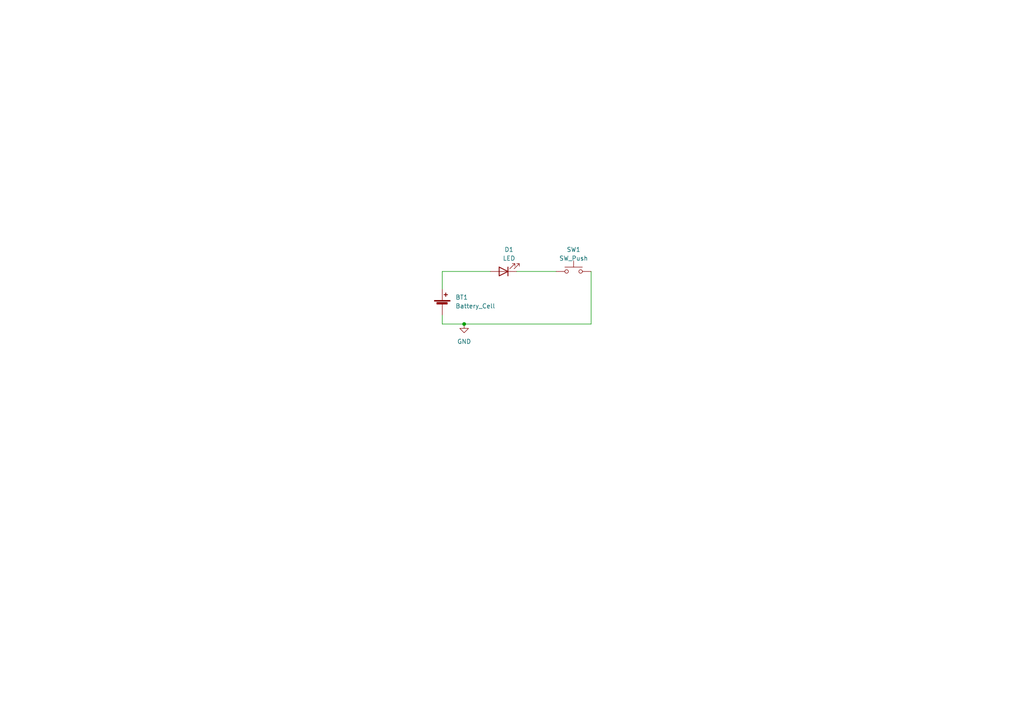
<source format=kicad_sch>
(kicad_sch (version 20230121) (generator eeschema)
  (paper "A4")
  (lib_symbols
    (symbol "Device:Battery_Cell" (pin_numbers hide) (pin_names (offset 0) hide)
      (property "Reference" "BT" (at 2.54 2.54 0))
      (property "Value" "Battery_Cell" (at 2.54 0 0))
      (symbol "Battery_Cell_0_1"
        (rectangle (start -2.286 1.778) (end 2.286 1.524) (fill (type outline)))
        (rectangle (start -1.5748 1.1938) (end 1.4732 0.6858) (fill (type outline)))
        (polyline (pts (xy 0 0.762) (xy 0 0)))
        (polyline (pts (xy 0 1.778) (xy 0 2.54)))
        (polyline (pts (xy 0.508 3.429) (xy 1.524 3.429)) (stroke (width 0.254)))
        (polyline (pts (xy 1.016 3.937) (xy 1.016 2.921)) (stroke (width 0.254)))
      )
      (symbol "Battery_Cell_1_1"
        (pin passive line (at 0 5.08 270) (length 2.54) (name "+") (number "1"))
        (pin passive line (at 0 -2.54 90) (length 2.54) (name "-") (number "2"))
      )
    )
    (symbol "Device:LED" (pin_numbers hide) (pin_names (offset 1.016) hide)
      (property "Reference" "D" (at 0 2.54 0))
      (property "Value" "LED" (at 0 -2.54 0))
      (symbol "LED_0_1"
        (polyline (pts (xy -1.27 -1.27) (xy -1.27 1.27)) (stroke (width 0.254)))
        (polyline (pts (xy -1.27 0) (xy 1.27 0)))
        (polyline (pts (xy 1.27 -1.27) (xy 1.27 1.27) (xy -1.27 0) (xy 1.27 -1.27)) (stroke (width 0.254)))
        (polyline (pts (xy -3.048 -0.762) (xy -4.572 -2.286) (xy -3.81 -2.286) (xy -4.572 -2.286) (xy -4.572 -1.524)))
        (polyline (pts (xy -1.778 -0.762) (xy -3.302 -2.286) (xy -2.54 -2.286) (xy -3.302 -2.286) (xy -3.302 -1.524)))
      )
      (symbol "LED_1_1"
        (pin passive line (at -3.81 0 0) (length 2.54) (name "K") (number "1"))
        (pin passive line (at 3.81 0 180) (length 2.54) (name "A") (number "2"))
      )
    )
    (symbol "Switch:SW_Push" (pin_numbers hide) (pin_names (offset 1.016) hide)
      (property "Reference" "SW" (at 1.27 2.54 0))
      (property "Value" "SW_Push" (at 0 -1.524 0))
      (symbol "SW_Push_0_1"
        (circle (center -2.032 0) (radius 0.508))
        (polyline (pts (xy 0 1.27) (xy 0 3.048)))
        (polyline (pts (xy 2.54 1.27) (xy -2.54 1.27)))
        (circle (center 2.032 0) (radius 0.508))
        (pin passive line (at -5.08 0 0) (length 2.54) (name "1") (number "1"))
        (pin passive line (at 5.08 0 180) (length 2.54) (name "2") (number "2"))
      )
    )
    (symbol "power:GND" (power) (pin_names (offset 0))
      (property "Value" "GND" (at 0 -3.81 0))
      (symbol "GND_0_1"
        (polyline (pts (xy 0 0) (xy 0 -1.27) (xy 1.27 -1.27) (xy 0 -2.54) (xy -1.27 -1.27) (xy 0 -1.27)))
      )
      (symbol "GND_1_1"
        (pin power_in line (at 0 0 270) (length 0) hide (name "GND") (number "1"))
      )
    )
  )
  (junction (at 134.62 93.98))
  (wire (pts (xy 134.62 93.98) (xy 171.45 93.98)))
  (wire (pts (xy 128.27 78.74) (xy 142.24 78.74)))
  (wire (pts (xy 128.27 83.82) (xy 128.27 78.74)))
  (wire (pts (xy 149.86 78.74) (xy 161.29 78.74)))
  (wire (pts (xy 128.27 91.44) (xy 128.27 93.98)))
  (wire (pts (xy 128.27 93.98) (xy 134.62 93.98)))
  (wire (pts (xy 171.45 93.98) (xy 171.45 78.74)))
  (symbol (lib_id "Device:Battery_Cell") (at 128.27 88.9 0) (unit 1)
    (property "Reference" "BT1" (at 132.08 86.233 0) (effects (justify left)))
    (property "Value" "Battery_Cell" (at 132.08 88.773 0) (effects (justify left)))
    (property "Footprint" "Battery:BatteryHolder_Keystone_1060_1x2032" (effects hide))
  )
  (symbol (lib_id "Device:LED") (at 146.05 78.74 180) (unit 1)
    (property "Reference" "D1" (at 147.6375 72.39 0))
    (property "Value" "LED" (at 147.6375 74.93 0))
    (property "Footprint" "LED_THT:LED_D2.0mm_W4.8mm_H2.5mm_FlatTop" (effects hide))
  )
  (symbol (lib_id "Switch:SW_Push") (at 166.37 78.74 0) (unit 1)
    (property "Reference" "SW1" (at 166.37 72.39 0))
    (property "Value" "SW_Push" (at 166.37 74.93 0))
    (property "Footprint" "Button_Switch_SMD:SW_SPST_Omron_B3FS-100xP" (effects hide))
  )
  (symbol (lib_id "power:GND") (at 134.62 93.98 0) (unit 1)
    (property "Reference" "#PWR01" (effects hide))
    (property "Value" "GND" (at 134.62 99.06 0))
  )
)
</source>
